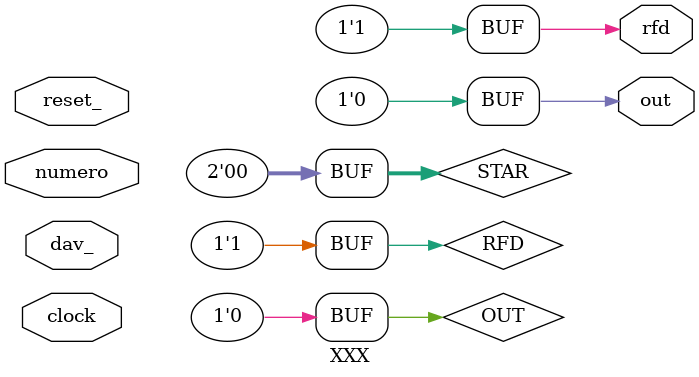
<source format=v>

module XXX(numero,dav_,rfd, out,clock,reset_);
    input       clock,reset_;

    input       dav_;
    output      rfd;
    input[1:0]  numero;

    output      out;

    reg         RFD;   assign rfd=RFD;
    reg[3:0]    COUNT;
    reg         OUT;   assign out = OUT;
    
    reg[1:0]    STAR;  parameter S0=0,S1=1,S2=2;

    always @(reset_==0) #1 
        begin 
            RFD<=1; 
            OUT<=0; 
            STAR<=S0; 
        end  
    always @(posedge clock) if (reset_==1) #3
        casex(STAR)
            S0: 
                begin 
                    OUT<=0; 
                    RFD<=1; 
                    COUNT<= (numero+1)*2; 
                    STAR<=(dav_==0)?S1:S0; 
                end
            S1: 
                begin 
                    RFD<=0; 
                    STAR<=(dav_==0)?S1:S2; 
                end 
            S2: 
                begin 
                    OUT<=1; 
                    COUNT<=COUNT-1; 
                    STAR<=(COUNT==1)?S0:S2; 
                end 
        endcase
endmodule

</source>
